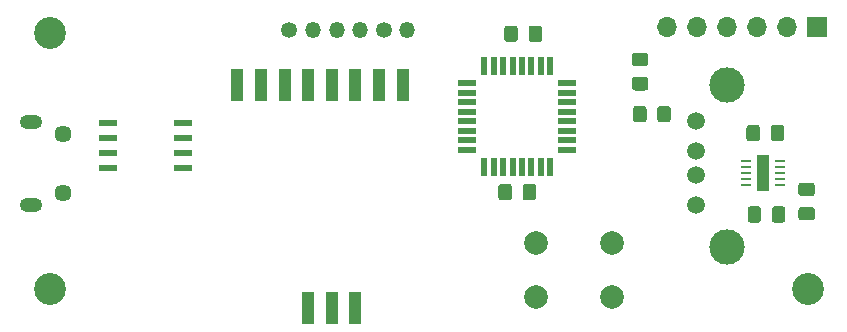
<source format=gbr>
G04 #@! TF.GenerationSoftware,KiCad,Pcbnew,(5.1.9-0-10_14)*
G04 #@! TF.CreationDate,2021-03-28T22:25:10+02:00*
G04 #@! TF.ProjectId,HB-ES-PMSw1-USB,48422d45-532d-4504-9d53-77312d555342,rev?*
G04 #@! TF.SameCoordinates,Original*
G04 #@! TF.FileFunction,Soldermask,Bot*
G04 #@! TF.FilePolarity,Negative*
%FSLAX46Y46*%
G04 Gerber Fmt 4.6, Leading zero omitted, Abs format (unit mm)*
G04 Created by KiCad (PCBNEW (5.1.9-0-10_14)) date 2021-03-28 22:25:10*
%MOMM*%
%LPD*%
G01*
G04 APERTURE LIST*
%ADD10O,1.900000X1.200000*%
%ADD11C,1.450000*%
%ADD12R,1.625600X0.609600*%
%ADD13R,1.000000X2.750000*%
%ADD14R,1.050000X3.010000*%
%ADD15R,0.840000X0.260000*%
%ADD16C,2.700000*%
%ADD17O,1.350000X1.350000*%
%ADD18C,1.350000*%
%ADD19O,1.700000X1.700000*%
%ADD20R,1.700000X1.700000*%
%ADD21R,1.600000X0.550000*%
%ADD22R,0.550000X1.600000*%
%ADD23C,2.000000*%
%ADD24C,1.500000*%
%ADD25C,3.000000*%
G04 APERTURE END LIST*
D10*
X28862500Y-51600000D03*
X28862500Y-44600000D03*
D11*
X31562500Y-50600000D03*
X31562500Y-45600000D03*
G36*
G01*
X69550000Y-50049999D02*
X69550000Y-50950001D01*
G75*
G02*
X69300001Y-51200000I-249999J0D01*
G01*
X68649999Y-51200000D01*
G75*
G02*
X68400000Y-50950001I0J249999D01*
G01*
X68400000Y-50049999D01*
G75*
G02*
X68649999Y-49800000I249999J0D01*
G01*
X69300001Y-49800000D01*
G75*
G02*
X69550000Y-50049999I0J-249999D01*
G01*
G37*
G36*
G01*
X71600000Y-50049999D02*
X71600000Y-50950001D01*
G75*
G02*
X71350001Y-51200000I-249999J0D01*
G01*
X70699999Y-51200000D01*
G75*
G02*
X70450000Y-50950001I0J249999D01*
G01*
X70450000Y-50049999D01*
G75*
G02*
X70699999Y-49800000I249999J0D01*
G01*
X71350001Y-49800000D01*
G75*
G02*
X71600000Y-50049999I0J-249999D01*
G01*
G37*
D12*
X41710000Y-48440000D03*
X41710000Y-47170000D03*
X41710000Y-45900000D03*
X41710000Y-44630000D03*
X35360000Y-44630000D03*
X35360000Y-45900000D03*
X35360000Y-47170000D03*
X35360000Y-48440000D03*
D13*
X60300000Y-41400000D03*
X58300000Y-41400000D03*
X56300000Y-41400000D03*
X56300000Y-60300000D03*
X54300000Y-41400000D03*
X54300000Y-60300000D03*
X52300000Y-41400000D03*
X52300000Y-60300000D03*
X50300000Y-41400000D03*
X48300000Y-41400000D03*
X46300000Y-41400000D03*
G36*
G01*
X94049999Y-51750000D02*
X94950001Y-51750000D01*
G75*
G02*
X95200000Y-51999999I0J-249999D01*
G01*
X95200000Y-52650001D01*
G75*
G02*
X94950001Y-52900000I-249999J0D01*
G01*
X94049999Y-52900000D01*
G75*
G02*
X93800000Y-52650001I0J249999D01*
G01*
X93800000Y-51999999D01*
G75*
G02*
X94049999Y-51750000I249999J0D01*
G01*
G37*
G36*
G01*
X94049999Y-49700000D02*
X94950001Y-49700000D01*
G75*
G02*
X95200000Y-49949999I0J-249999D01*
G01*
X95200000Y-50600001D01*
G75*
G02*
X94950001Y-50850000I-249999J0D01*
G01*
X94049999Y-50850000D01*
G75*
G02*
X93800000Y-50600001I0J249999D01*
G01*
X93800000Y-49949999D01*
G75*
G02*
X94049999Y-49700000I249999J0D01*
G01*
G37*
G36*
G01*
X90550000Y-45049999D02*
X90550000Y-45950001D01*
G75*
G02*
X90300001Y-46200000I-249999J0D01*
G01*
X89649999Y-46200000D01*
G75*
G02*
X89400000Y-45950001I0J249999D01*
G01*
X89400000Y-45049999D01*
G75*
G02*
X89649999Y-44800000I249999J0D01*
G01*
X90300001Y-44800000D01*
G75*
G02*
X90550000Y-45049999I0J-249999D01*
G01*
G37*
G36*
G01*
X92600000Y-45049999D02*
X92600000Y-45950001D01*
G75*
G02*
X92350001Y-46200000I-249999J0D01*
G01*
X91699999Y-46200000D01*
G75*
G02*
X91450000Y-45950001I0J249999D01*
G01*
X91450000Y-45049999D01*
G75*
G02*
X91699999Y-44800000I249999J0D01*
G01*
X92350001Y-44800000D01*
G75*
G02*
X92600000Y-45049999I0J-249999D01*
G01*
G37*
G36*
G01*
X90650000Y-51949999D02*
X90650000Y-52850001D01*
G75*
G02*
X90400001Y-53100000I-249999J0D01*
G01*
X89749999Y-53100000D01*
G75*
G02*
X89500000Y-52850001I0J249999D01*
G01*
X89500000Y-51949999D01*
G75*
G02*
X89749999Y-51700000I249999J0D01*
G01*
X90400001Y-51700000D01*
G75*
G02*
X90650000Y-51949999I0J-249999D01*
G01*
G37*
G36*
G01*
X92700000Y-51949999D02*
X92700000Y-52850001D01*
G75*
G02*
X92450001Y-53100000I-249999J0D01*
G01*
X91799999Y-53100000D01*
G75*
G02*
X91550000Y-52850001I0J249999D01*
G01*
X91550000Y-51949999D01*
G75*
G02*
X91799999Y-51700000I249999J0D01*
G01*
X92450001Y-51700000D01*
G75*
G02*
X92700000Y-51949999I0J-249999D01*
G01*
G37*
D14*
X90800000Y-48900000D03*
D15*
X92235000Y-49900000D03*
X92235000Y-49400000D03*
X92235000Y-48900000D03*
X92235000Y-48400000D03*
X92235000Y-47900000D03*
X89365000Y-47900000D03*
X89365000Y-48400000D03*
X89365000Y-48900000D03*
X89365000Y-49400000D03*
X89365000Y-49900000D03*
D16*
X30400000Y-58700000D03*
X94600000Y-58700000D03*
X30400000Y-37000000D03*
D17*
X60700000Y-36800000D03*
D18*
X58700000Y-36800000D03*
D17*
X56700000Y-36800000D03*
X54700000Y-36800000D03*
X52700000Y-36800000D03*
D18*
X50700000Y-36800000D03*
D19*
X82700000Y-36500000D03*
X85240000Y-36500000D03*
X87780000Y-36500000D03*
X90320000Y-36500000D03*
X92860000Y-36500000D03*
D20*
X95400000Y-36500000D03*
D21*
X74250000Y-46900000D03*
X74250000Y-46100000D03*
X74250000Y-45300000D03*
X74250000Y-44500000D03*
X74250000Y-43700000D03*
X74250000Y-42900000D03*
X74250000Y-42100000D03*
X74250000Y-41300000D03*
D22*
X72800000Y-39850000D03*
X72000000Y-39850000D03*
X71200000Y-39850000D03*
X70400000Y-39850000D03*
X69600000Y-39850000D03*
X68800000Y-39850000D03*
X68000000Y-39850000D03*
X67200000Y-39850000D03*
D21*
X65750000Y-41300000D03*
X65750000Y-42100000D03*
X65750000Y-42900000D03*
X65750000Y-43700000D03*
X65750000Y-44500000D03*
X65750000Y-45300000D03*
X65750000Y-46100000D03*
X65750000Y-46900000D03*
D22*
X67200000Y-48350000D03*
X68000000Y-48350000D03*
X68800000Y-48350000D03*
X69600000Y-48350000D03*
X70400000Y-48350000D03*
X71200000Y-48350000D03*
X72000000Y-48350000D03*
X72800000Y-48350000D03*
D23*
X78050000Y-54850000D03*
X78050000Y-59350000D03*
X71550000Y-54850000D03*
X71550000Y-59350000D03*
G36*
G01*
X80950000Y-43449999D02*
X80950000Y-44350001D01*
G75*
G02*
X80700001Y-44600000I-249999J0D01*
G01*
X80049999Y-44600000D01*
G75*
G02*
X79800000Y-44350001I0J249999D01*
G01*
X79800000Y-43449999D01*
G75*
G02*
X80049999Y-43200000I249999J0D01*
G01*
X80700001Y-43200000D01*
G75*
G02*
X80950000Y-43449999I0J-249999D01*
G01*
G37*
G36*
G01*
X83000000Y-43449999D02*
X83000000Y-44350001D01*
G75*
G02*
X82750001Y-44600000I-249999J0D01*
G01*
X82099999Y-44600000D01*
G75*
G02*
X81850000Y-44350001I0J249999D01*
G01*
X81850000Y-43449999D01*
G75*
G02*
X82099999Y-43200000I249999J0D01*
G01*
X82750001Y-43200000D01*
G75*
G02*
X83000000Y-43449999I0J-249999D01*
G01*
G37*
D24*
X85100000Y-44490000D03*
X85100000Y-47030000D03*
X85100000Y-49060000D03*
X85100000Y-51600000D03*
D25*
X87770000Y-41440000D03*
X87770000Y-55160000D03*
G36*
G01*
X79949999Y-40750000D02*
X80850001Y-40750000D01*
G75*
G02*
X81100000Y-40999999I0J-249999D01*
G01*
X81100000Y-41650001D01*
G75*
G02*
X80850001Y-41900000I-249999J0D01*
G01*
X79949999Y-41900000D01*
G75*
G02*
X79700000Y-41650001I0J249999D01*
G01*
X79700000Y-40999999D01*
G75*
G02*
X79949999Y-40750000I249999J0D01*
G01*
G37*
G36*
G01*
X79949999Y-38700000D02*
X80850001Y-38700000D01*
G75*
G02*
X81100000Y-38949999I0J-249999D01*
G01*
X81100000Y-39600001D01*
G75*
G02*
X80850001Y-39850000I-249999J0D01*
G01*
X79949999Y-39850000D01*
G75*
G02*
X79700000Y-39600001I0J249999D01*
G01*
X79700000Y-38949999D01*
G75*
G02*
X79949999Y-38700000I249999J0D01*
G01*
G37*
G36*
G01*
X70950000Y-37550001D02*
X70950000Y-36649999D01*
G75*
G02*
X71199999Y-36400000I249999J0D01*
G01*
X71850001Y-36400000D01*
G75*
G02*
X72100000Y-36649999I0J-249999D01*
G01*
X72100000Y-37550001D01*
G75*
G02*
X71850001Y-37800000I-249999J0D01*
G01*
X71199999Y-37800000D01*
G75*
G02*
X70950000Y-37550001I0J249999D01*
G01*
G37*
G36*
G01*
X68900000Y-37550001D02*
X68900000Y-36649999D01*
G75*
G02*
X69149999Y-36400000I249999J0D01*
G01*
X69800001Y-36400000D01*
G75*
G02*
X70050000Y-36649999I0J-249999D01*
G01*
X70050000Y-37550001D01*
G75*
G02*
X69800001Y-37800000I-249999J0D01*
G01*
X69149999Y-37800000D01*
G75*
G02*
X68900000Y-37550001I0J249999D01*
G01*
G37*
M02*

</source>
